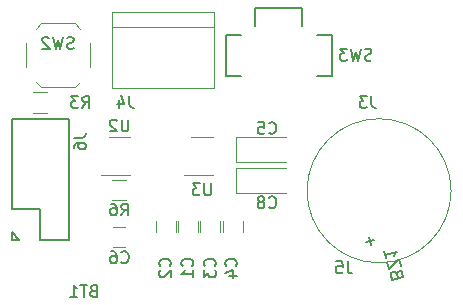
<source format=gbo>
G04 #@! TF.FileFunction,Legend,Bot*
%FSLAX46Y46*%
G04 Gerber Fmt 4.6, Leading zero omitted, Abs format (unit mm)*
G04 Created by KiCad (PCBNEW 4.0.6) date 10/02/17 14:09:37*
%MOMM*%
%LPD*%
G01*
G04 APERTURE LIST*
%ADD10C,0.100000*%
%ADD11C,0.150000*%
%ADD12C,0.120000*%
G04 APERTURE END LIST*
D10*
D11*
X134400000Y-71000000D02*
X135000000Y-71600000D01*
X134400000Y-71600000D02*
X134400000Y-71000000D01*
X134400000Y-71600000D02*
X135000000Y-71600000D01*
X136800000Y-69000000D02*
X134400000Y-69000000D01*
X136800000Y-69000000D02*
X136800000Y-71600000D01*
X139200000Y-71600000D02*
X139200000Y-61400000D01*
X139200000Y-71600000D02*
X136800000Y-71600000D01*
X134400000Y-61400000D02*
X139200000Y-61400000D01*
X134400000Y-61400000D02*
X134400000Y-69000000D01*
D12*
X171583514Y-67470518D02*
G75*
G03X171583514Y-67470518I-6100001J0D01*
G01*
X148450000Y-71000000D02*
X148450000Y-70000000D01*
X150150000Y-70000000D02*
X150150000Y-71000000D01*
X146596197Y-70997797D02*
X146596197Y-69997797D01*
X148296197Y-69997797D02*
X148296197Y-70997797D01*
X150350000Y-71000000D02*
X150350000Y-70000000D01*
X152050000Y-70000000D02*
X152050000Y-71000000D01*
X152250000Y-71000000D02*
X152250000Y-70000000D01*
X153950000Y-70000000D02*
X153950000Y-71000000D01*
X144000000Y-72250000D02*
X143000000Y-72250000D01*
X143000000Y-70550000D02*
X144000000Y-70550000D01*
X142850000Y-52370000D02*
X151550000Y-52370000D01*
X142850000Y-58780000D02*
X151550000Y-58780000D01*
X151550000Y-58780000D02*
X151550000Y-52370000D01*
X151550000Y-53600000D02*
X142850000Y-53600000D01*
X142850000Y-52370000D02*
X142850000Y-58780000D01*
X136200000Y-60880000D02*
X137400000Y-60880000D01*
X137400000Y-59120000D02*
X136200000Y-59120000D01*
X144100000Y-66520000D02*
X142900000Y-66520000D01*
X142900000Y-68280000D02*
X144100000Y-68280000D01*
X136850000Y-58700000D02*
X139750000Y-58700000D01*
X136400000Y-58250000D02*
X136850000Y-58700000D01*
X135600000Y-55000000D02*
X135600000Y-57000000D01*
X136850000Y-53300000D02*
X136400000Y-53750000D01*
X139750000Y-53300000D02*
X136850000Y-53300000D01*
X140200000Y-53750000D02*
X139750000Y-53300000D01*
X141000000Y-57000000D02*
X141000000Y-55000000D01*
X139750000Y-58700000D02*
X140200000Y-58250000D01*
X142600000Y-62890000D02*
X144400000Y-62890000D01*
X144400000Y-66110000D02*
X141950000Y-66110000D01*
X149600000Y-62890000D02*
X151400000Y-62890000D01*
X151400000Y-66110000D02*
X148950000Y-66110000D01*
X153350000Y-65050000D02*
X157600000Y-65050000D01*
X153350000Y-62950000D02*
X157600000Y-62950000D01*
X153350000Y-65050000D02*
X153350000Y-62950000D01*
X153350000Y-67650000D02*
X157600000Y-67650000D01*
X153350000Y-65550000D02*
X157600000Y-65550000D01*
X153350000Y-67650000D02*
X153350000Y-65550000D01*
D11*
X159000000Y-52000000D02*
X155000000Y-52000000D01*
X155000000Y-53500000D02*
X155000000Y-52000000D01*
X159000000Y-53500000D02*
X159000000Y-52000000D01*
X161500000Y-54250000D02*
X161500000Y-57750000D01*
X152500000Y-54250000D02*
X152500000Y-57750000D01*
X161500000Y-57750000D02*
X160200000Y-57750000D01*
X153800000Y-57750000D02*
X152500000Y-57750000D01*
X153800000Y-54250000D02*
X152500000Y-54250000D01*
X161500000Y-54250000D02*
X160200000Y-54250000D01*
X139652381Y-62966667D02*
X140366667Y-62966667D01*
X140509524Y-62919047D01*
X140604762Y-62823809D01*
X140652381Y-62680952D01*
X140652381Y-62585714D01*
X139652381Y-63871429D02*
X139652381Y-63680952D01*
X139700000Y-63585714D01*
X139747619Y-63538095D01*
X139890476Y-63442857D01*
X140080952Y-63395238D01*
X140461905Y-63395238D01*
X140557143Y-63442857D01*
X140604762Y-63490476D01*
X140652381Y-63585714D01*
X140652381Y-63776191D01*
X140604762Y-63871429D01*
X140557143Y-63919048D01*
X140461905Y-63966667D01*
X140223810Y-63966667D01*
X140128571Y-63919048D01*
X140080952Y-63871429D01*
X140033333Y-63776191D01*
X140033333Y-63585714D01*
X140080952Y-63490476D01*
X140128571Y-63442857D01*
X140223810Y-63395238D01*
X141285714Y-75928571D02*
X141142857Y-75976190D01*
X141095238Y-76023810D01*
X141047619Y-76119048D01*
X141047619Y-76261905D01*
X141095238Y-76357143D01*
X141142857Y-76404762D01*
X141238095Y-76452381D01*
X141619048Y-76452381D01*
X141619048Y-75452381D01*
X141285714Y-75452381D01*
X141190476Y-75500000D01*
X141142857Y-75547619D01*
X141095238Y-75642857D01*
X141095238Y-75738095D01*
X141142857Y-75833333D01*
X141190476Y-75880952D01*
X141285714Y-75928571D01*
X141619048Y-75928571D01*
X140761905Y-75452381D02*
X140190476Y-75452381D01*
X140476191Y-76452381D02*
X140476191Y-75452381D01*
X139333333Y-76452381D02*
X139904762Y-76452381D01*
X139619048Y-76452381D02*
X139619048Y-75452381D01*
X139714286Y-75595238D01*
X139809524Y-75690476D01*
X139904762Y-75738095D01*
X166997002Y-74532447D02*
X166914032Y-74406783D01*
X166855710Y-74373111D01*
X166751392Y-74351764D01*
X166613403Y-74388738D01*
X166533735Y-74459384D01*
X166500063Y-74517705D01*
X166478716Y-74622023D01*
X166577314Y-74989995D01*
X167543240Y-74731176D01*
X167456966Y-74409200D01*
X167386321Y-74329532D01*
X167328000Y-74295860D01*
X167223682Y-74274513D01*
X167131689Y-74299163D01*
X167052021Y-74369808D01*
X167018349Y-74428130D01*
X166997002Y-74532447D01*
X167083275Y-74854423D01*
X167309070Y-73857243D02*
X167136524Y-73213292D01*
X166343144Y-74116062D01*
X166170598Y-73472111D01*
X165936428Y-72598178D02*
X166084325Y-73150136D01*
X166010377Y-72874158D02*
X166976303Y-72615339D01*
X166862963Y-72744306D01*
X166795619Y-72860948D01*
X166774272Y-72965265D01*
X164829603Y-72086459D02*
X164632407Y-71350515D01*
X164363033Y-71817084D02*
X165098977Y-71619888D01*
X149657143Y-73833334D02*
X149704762Y-73785715D01*
X149752381Y-73642858D01*
X149752381Y-73547620D01*
X149704762Y-73404762D01*
X149609524Y-73309524D01*
X149514286Y-73261905D01*
X149323810Y-73214286D01*
X149180952Y-73214286D01*
X148990476Y-73261905D01*
X148895238Y-73309524D01*
X148800000Y-73404762D01*
X148752381Y-73547620D01*
X148752381Y-73642858D01*
X148800000Y-73785715D01*
X148847619Y-73833334D01*
X149752381Y-74785715D02*
X149752381Y-74214286D01*
X149752381Y-74500000D02*
X148752381Y-74500000D01*
X148895238Y-74404762D01*
X148990476Y-74309524D01*
X149038095Y-74214286D01*
X147757143Y-73833334D02*
X147804762Y-73785715D01*
X147852381Y-73642858D01*
X147852381Y-73547620D01*
X147804762Y-73404762D01*
X147709524Y-73309524D01*
X147614286Y-73261905D01*
X147423810Y-73214286D01*
X147280952Y-73214286D01*
X147090476Y-73261905D01*
X146995238Y-73309524D01*
X146900000Y-73404762D01*
X146852381Y-73547620D01*
X146852381Y-73642858D01*
X146900000Y-73785715D01*
X146947619Y-73833334D01*
X146947619Y-74214286D02*
X146900000Y-74261905D01*
X146852381Y-74357143D01*
X146852381Y-74595239D01*
X146900000Y-74690477D01*
X146947619Y-74738096D01*
X147042857Y-74785715D01*
X147138095Y-74785715D01*
X147280952Y-74738096D01*
X147852381Y-74166667D01*
X147852381Y-74785715D01*
X151557143Y-73833334D02*
X151604762Y-73785715D01*
X151652381Y-73642858D01*
X151652381Y-73547620D01*
X151604762Y-73404762D01*
X151509524Y-73309524D01*
X151414286Y-73261905D01*
X151223810Y-73214286D01*
X151080952Y-73214286D01*
X150890476Y-73261905D01*
X150795238Y-73309524D01*
X150700000Y-73404762D01*
X150652381Y-73547620D01*
X150652381Y-73642858D01*
X150700000Y-73785715D01*
X150747619Y-73833334D01*
X150652381Y-74166667D02*
X150652381Y-74785715D01*
X151033333Y-74452381D01*
X151033333Y-74595239D01*
X151080952Y-74690477D01*
X151128571Y-74738096D01*
X151223810Y-74785715D01*
X151461905Y-74785715D01*
X151557143Y-74738096D01*
X151604762Y-74690477D01*
X151652381Y-74595239D01*
X151652381Y-74309524D01*
X151604762Y-74214286D01*
X151557143Y-74166667D01*
X153357143Y-73833334D02*
X153404762Y-73785715D01*
X153452381Y-73642858D01*
X153452381Y-73547620D01*
X153404762Y-73404762D01*
X153309524Y-73309524D01*
X153214286Y-73261905D01*
X153023810Y-73214286D01*
X152880952Y-73214286D01*
X152690476Y-73261905D01*
X152595238Y-73309524D01*
X152500000Y-73404762D01*
X152452381Y-73547620D01*
X152452381Y-73642858D01*
X152500000Y-73785715D01*
X152547619Y-73833334D01*
X152785714Y-74690477D02*
X153452381Y-74690477D01*
X152404762Y-74452381D02*
X153119048Y-74214286D01*
X153119048Y-74833334D01*
X143666666Y-73507143D02*
X143714285Y-73554762D01*
X143857142Y-73602381D01*
X143952380Y-73602381D01*
X144095238Y-73554762D01*
X144190476Y-73459524D01*
X144238095Y-73364286D01*
X144285714Y-73173810D01*
X144285714Y-73030952D01*
X144238095Y-72840476D01*
X144190476Y-72745238D01*
X144095238Y-72650000D01*
X143952380Y-72602381D01*
X143857142Y-72602381D01*
X143714285Y-72650000D01*
X143666666Y-72697619D01*
X142809523Y-72602381D02*
X143000000Y-72602381D01*
X143095238Y-72650000D01*
X143142857Y-72697619D01*
X143238095Y-72840476D01*
X143285714Y-73030952D01*
X143285714Y-73411905D01*
X143238095Y-73507143D01*
X143190476Y-73554762D01*
X143095238Y-73602381D01*
X142904761Y-73602381D01*
X142809523Y-73554762D01*
X142761904Y-73507143D01*
X142714285Y-73411905D01*
X142714285Y-73173810D01*
X142761904Y-73078571D01*
X142809523Y-73030952D01*
X142904761Y-72983333D01*
X143095238Y-72983333D01*
X143190476Y-73030952D01*
X143238095Y-73078571D01*
X143285714Y-73173810D01*
X144333333Y-59452381D02*
X144333333Y-60166667D01*
X144380953Y-60309524D01*
X144476191Y-60404762D01*
X144619048Y-60452381D01*
X144714286Y-60452381D01*
X143428571Y-59785714D02*
X143428571Y-60452381D01*
X143666667Y-59404762D02*
X143904762Y-60119048D01*
X143285714Y-60119048D01*
X140366666Y-60452381D02*
X140700000Y-59976190D01*
X140938095Y-60452381D02*
X140938095Y-59452381D01*
X140557142Y-59452381D01*
X140461904Y-59500000D01*
X140414285Y-59547619D01*
X140366666Y-59642857D01*
X140366666Y-59785714D01*
X140414285Y-59880952D01*
X140461904Y-59928571D01*
X140557142Y-59976190D01*
X140938095Y-59976190D01*
X140033333Y-59452381D02*
X139414285Y-59452381D01*
X139747619Y-59833333D01*
X139604761Y-59833333D01*
X139509523Y-59880952D01*
X139461904Y-59928571D01*
X139414285Y-60023810D01*
X139414285Y-60261905D01*
X139461904Y-60357143D01*
X139509523Y-60404762D01*
X139604761Y-60452381D01*
X139890476Y-60452381D01*
X139985714Y-60404762D01*
X140033333Y-60357143D01*
X143666666Y-69552381D02*
X144000000Y-69076190D01*
X144238095Y-69552381D02*
X144238095Y-68552381D01*
X143857142Y-68552381D01*
X143761904Y-68600000D01*
X143714285Y-68647619D01*
X143666666Y-68742857D01*
X143666666Y-68885714D01*
X143714285Y-68980952D01*
X143761904Y-69028571D01*
X143857142Y-69076190D01*
X144238095Y-69076190D01*
X142809523Y-68552381D02*
X143000000Y-68552381D01*
X143095238Y-68600000D01*
X143142857Y-68647619D01*
X143238095Y-68790476D01*
X143285714Y-68980952D01*
X143285714Y-69361905D01*
X143238095Y-69457143D01*
X143190476Y-69504762D01*
X143095238Y-69552381D01*
X142904761Y-69552381D01*
X142809523Y-69504762D01*
X142761904Y-69457143D01*
X142714285Y-69361905D01*
X142714285Y-69123810D01*
X142761904Y-69028571D01*
X142809523Y-68980952D01*
X142904761Y-68933333D01*
X143095238Y-68933333D01*
X143190476Y-68980952D01*
X143238095Y-69028571D01*
X143285714Y-69123810D01*
X139633333Y-55404762D02*
X139490476Y-55452381D01*
X139252380Y-55452381D01*
X139157142Y-55404762D01*
X139109523Y-55357143D01*
X139061904Y-55261905D01*
X139061904Y-55166667D01*
X139109523Y-55071429D01*
X139157142Y-55023810D01*
X139252380Y-54976190D01*
X139442857Y-54928571D01*
X139538095Y-54880952D01*
X139585714Y-54833333D01*
X139633333Y-54738095D01*
X139633333Y-54642857D01*
X139585714Y-54547619D01*
X139538095Y-54500000D01*
X139442857Y-54452381D01*
X139204761Y-54452381D01*
X139061904Y-54500000D01*
X138728571Y-54452381D02*
X138490476Y-55452381D01*
X138299999Y-54738095D01*
X138109523Y-55452381D01*
X137871428Y-54452381D01*
X137538095Y-54547619D02*
X137490476Y-54500000D01*
X137395238Y-54452381D01*
X137157142Y-54452381D01*
X137061904Y-54500000D01*
X137014285Y-54547619D01*
X136966666Y-54642857D01*
X136966666Y-54738095D01*
X137014285Y-54880952D01*
X137585714Y-55452381D01*
X136966666Y-55452381D01*
X144261905Y-61452381D02*
X144261905Y-62261905D01*
X144214286Y-62357143D01*
X144166667Y-62404762D01*
X144071429Y-62452381D01*
X143880952Y-62452381D01*
X143785714Y-62404762D01*
X143738095Y-62357143D01*
X143690476Y-62261905D01*
X143690476Y-61452381D01*
X143261905Y-61547619D02*
X143214286Y-61500000D01*
X143119048Y-61452381D01*
X142880952Y-61452381D01*
X142785714Y-61500000D01*
X142738095Y-61547619D01*
X142690476Y-61642857D01*
X142690476Y-61738095D01*
X142738095Y-61880952D01*
X143309524Y-62452381D01*
X142690476Y-62452381D01*
X151261905Y-66852381D02*
X151261905Y-67661905D01*
X151214286Y-67757143D01*
X151166667Y-67804762D01*
X151071429Y-67852381D01*
X150880952Y-67852381D01*
X150785714Y-67804762D01*
X150738095Y-67757143D01*
X150690476Y-67661905D01*
X150690476Y-66852381D01*
X150309524Y-66852381D02*
X149690476Y-66852381D01*
X150023810Y-67233333D01*
X149880952Y-67233333D01*
X149785714Y-67280952D01*
X149738095Y-67328571D01*
X149690476Y-67423810D01*
X149690476Y-67661905D01*
X149738095Y-67757143D01*
X149785714Y-67804762D01*
X149880952Y-67852381D01*
X150166667Y-67852381D01*
X150261905Y-67804762D01*
X150309524Y-67757143D01*
X156166666Y-62557143D02*
X156214285Y-62604762D01*
X156357142Y-62652381D01*
X156452380Y-62652381D01*
X156595238Y-62604762D01*
X156690476Y-62509524D01*
X156738095Y-62414286D01*
X156785714Y-62223810D01*
X156785714Y-62080952D01*
X156738095Y-61890476D01*
X156690476Y-61795238D01*
X156595238Y-61700000D01*
X156452380Y-61652381D01*
X156357142Y-61652381D01*
X156214285Y-61700000D01*
X156166666Y-61747619D01*
X155261904Y-61652381D02*
X155738095Y-61652381D01*
X155785714Y-62128571D01*
X155738095Y-62080952D01*
X155642857Y-62033333D01*
X155404761Y-62033333D01*
X155309523Y-62080952D01*
X155261904Y-62128571D01*
X155214285Y-62223810D01*
X155214285Y-62461905D01*
X155261904Y-62557143D01*
X155309523Y-62604762D01*
X155404761Y-62652381D01*
X155642857Y-62652381D01*
X155738095Y-62604762D01*
X155785714Y-62557143D01*
X156166666Y-68857143D02*
X156214285Y-68904762D01*
X156357142Y-68952381D01*
X156452380Y-68952381D01*
X156595238Y-68904762D01*
X156690476Y-68809524D01*
X156738095Y-68714286D01*
X156785714Y-68523810D01*
X156785714Y-68380952D01*
X156738095Y-68190476D01*
X156690476Y-68095238D01*
X156595238Y-68000000D01*
X156452380Y-67952381D01*
X156357142Y-67952381D01*
X156214285Y-68000000D01*
X156166666Y-68047619D01*
X155595238Y-68380952D02*
X155690476Y-68333333D01*
X155738095Y-68285714D01*
X155785714Y-68190476D01*
X155785714Y-68142857D01*
X155738095Y-68047619D01*
X155690476Y-68000000D01*
X155595238Y-67952381D01*
X155404761Y-67952381D01*
X155309523Y-68000000D01*
X155261904Y-68047619D01*
X155214285Y-68142857D01*
X155214285Y-68190476D01*
X155261904Y-68285714D01*
X155309523Y-68333333D01*
X155404761Y-68380952D01*
X155595238Y-68380952D01*
X155690476Y-68428571D01*
X155738095Y-68476190D01*
X155785714Y-68571429D01*
X155785714Y-68761905D01*
X155738095Y-68857143D01*
X155690476Y-68904762D01*
X155595238Y-68952381D01*
X155404761Y-68952381D01*
X155309523Y-68904762D01*
X155261904Y-68857143D01*
X155214285Y-68761905D01*
X155214285Y-68571429D01*
X155261904Y-68476190D01*
X155309523Y-68428571D01*
X155404761Y-68380952D01*
X164833333Y-56404762D02*
X164690476Y-56452381D01*
X164452380Y-56452381D01*
X164357142Y-56404762D01*
X164309523Y-56357143D01*
X164261904Y-56261905D01*
X164261904Y-56166667D01*
X164309523Y-56071429D01*
X164357142Y-56023810D01*
X164452380Y-55976190D01*
X164642857Y-55928571D01*
X164738095Y-55880952D01*
X164785714Y-55833333D01*
X164833333Y-55738095D01*
X164833333Y-55642857D01*
X164785714Y-55547619D01*
X164738095Y-55500000D01*
X164642857Y-55452381D01*
X164404761Y-55452381D01*
X164261904Y-55500000D01*
X163928571Y-55452381D02*
X163690476Y-56452381D01*
X163499999Y-55738095D01*
X163309523Y-56452381D01*
X163071428Y-55452381D01*
X162785714Y-55452381D02*
X162166666Y-55452381D01*
X162500000Y-55833333D01*
X162357142Y-55833333D01*
X162261904Y-55880952D01*
X162214285Y-55928571D01*
X162166666Y-56023810D01*
X162166666Y-56261905D01*
X162214285Y-56357143D01*
X162261904Y-56404762D01*
X162357142Y-56452381D01*
X162642857Y-56452381D01*
X162738095Y-56404762D01*
X162785714Y-56357143D01*
X162833333Y-73452381D02*
X162833333Y-74166667D01*
X162880953Y-74309524D01*
X162976191Y-74404762D01*
X163119048Y-74452381D01*
X163214286Y-74452381D01*
X161880952Y-73452381D02*
X162357143Y-73452381D01*
X162404762Y-73928571D01*
X162357143Y-73880952D01*
X162261905Y-73833333D01*
X162023809Y-73833333D01*
X161928571Y-73880952D01*
X161880952Y-73928571D01*
X161833333Y-74023810D01*
X161833333Y-74261905D01*
X161880952Y-74357143D01*
X161928571Y-74404762D01*
X162023809Y-74452381D01*
X162261905Y-74452381D01*
X162357143Y-74404762D01*
X162404762Y-74357143D01*
X164833333Y-59452381D02*
X164833333Y-60166667D01*
X164880953Y-60309524D01*
X164976191Y-60404762D01*
X165119048Y-60452381D01*
X165214286Y-60452381D01*
X164452381Y-59452381D02*
X163833333Y-59452381D01*
X164166667Y-59833333D01*
X164023809Y-59833333D01*
X163928571Y-59880952D01*
X163880952Y-59928571D01*
X163833333Y-60023810D01*
X163833333Y-60261905D01*
X163880952Y-60357143D01*
X163928571Y-60404762D01*
X164023809Y-60452381D01*
X164309524Y-60452381D01*
X164404762Y-60404762D01*
X164452381Y-60357143D01*
M02*

</source>
